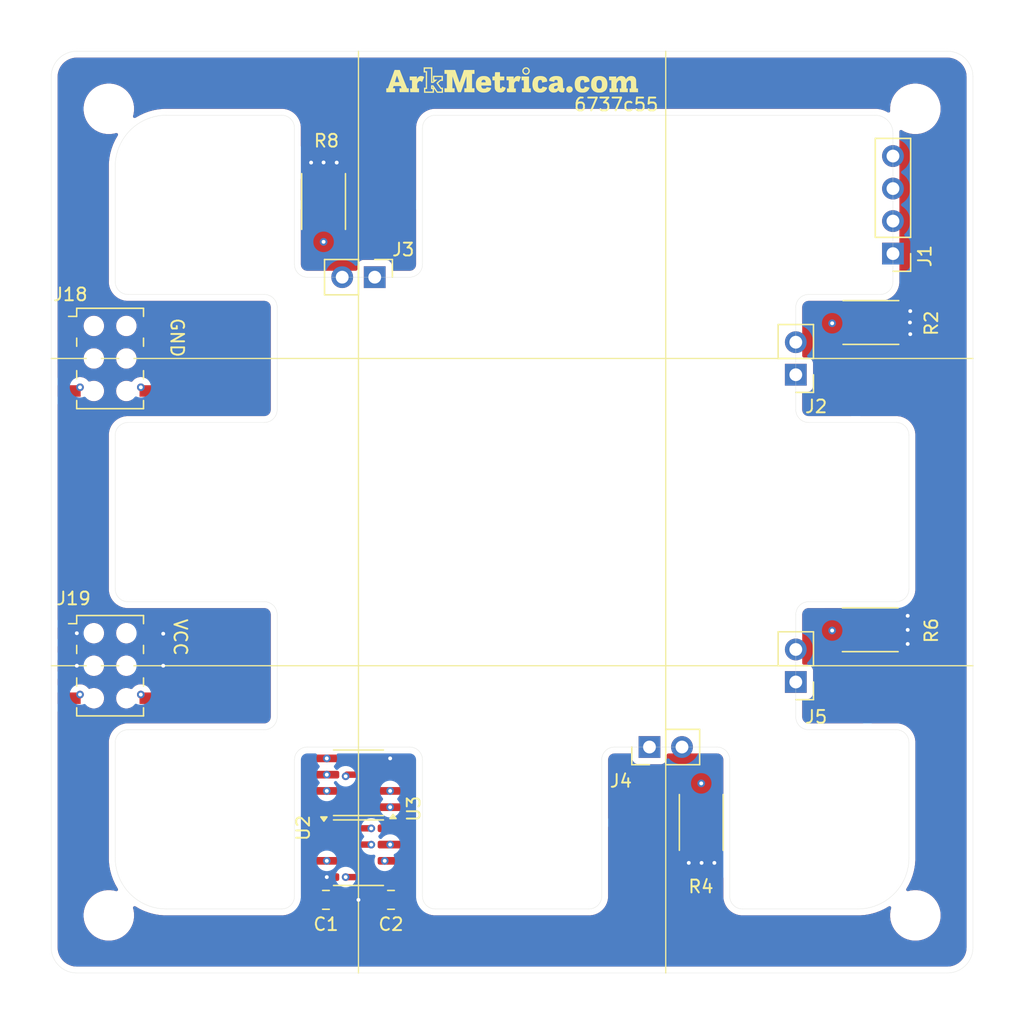
<source format=kicad_pcb>
(kicad_pcb (version 20241229) (generator "pcbnew") (generator_version "9.0")
  (layers (0 "F.Cu" power) (4 "In1.Cu" signal) (6 "In2.Cu" signal) (2 "B.Cu" power) (13 "F.Paste" user) (15 "B.Paste" user) (5 "F.SilkS" user "F.Silkscreen") (7 "B.SilkS" user "B.Silkscreen") (1 "F.Mask" user) (3 "B.Mask" user) (25 "Edge.Cuts" user))
  (net 0 "")
  (net 1 "GND")
  (net 2 "VCC")
  (net 3 "Net-(J2-Pin_2)")
  (net 4 "Net-(J2-Pin_1)")
  (net 5 "Net-(J3-Pin_1)")
  (net 6 "Net-(J3-Pin_2)")
  (net 7 "Net-(J4-Pin_1)")
  (net 8 "Net-(J4-Pin_2)")
  (net 9 "Net-(J5-Pin_1)")
  (net 10 "Net-(J5-Pin_2)")
  (net 11 "Net-(J18-Pin_6)")
  (net 12 "Net-(J18-Pin_5)")
  (net 13 "Net-(J19-Pin_5)")
  (net 14 "Net-(J19-Pin_6)")
  (footprint "custom_footprints:site_small" (layer "F.Cu") (at 0 -33.75)
    (property "Reference" "SYM1" (hide yes))
    (property "Value" "Logo_Open_Hardware_Small" (hide yes))
  )
  (footprint "Resistor_SMD:R_2512_6332Metric_Pad1.40x3.35mm_HandSolder" (layer "F.Cu") (at 28.025 -14.81)
    (property "Reference" "R2" (at 4.725 0.06 90) (layer "F.SilkS"))
    (property "Value" "1R")
    (pad "1" smd roundrect (at -3.05 0) (size 1.4 3.35) (layers "F.Cu" "F.Mask" "F.Paste") (roundrect_rratio 0.178571) (net 3 "Net-(J2-Pin_2)"))
    (pad "2" smd roundrect (at 3.05 0) (size 1.4 3.35) (layers "F.Cu" "F.Mask" "F.Paste") (roundrect_rratio 0.178571) (net 1 "GND"))
  )
  (footprint "Connector_PinHeader_2.54mm:PinHeader_1x02_P2.54mm_Vertical" (layer "F.Cu") (at -10.73 -18.35 -90)
    (property "Reference" "J3" (at -2.15 -2.23 0) (layer "F.SilkS"))
    (property "Value" "Conn_01x02")
    (pad "1" thru_hole rect (at 0 0 270) (size 1.7 1.7) (drill 1) (layers "*.Cu" "*.Mask") (net 5 "Net-(J3-Pin_1)"))
    (pad "2" thru_hole circle (at 0 2.54 270) (size 1.7 1.7) (drill 1) (layers "*.Cu" "*.Mask") (net 6 "Net-(J3-Pin_2)"))
  )
  (footprint "Package_SO:SOIC-8_3.9x4.9mm_P1.27mm" (layer "F.Cu") (at -12 21.144 180)
    (property "Reference" "U3" (at -4.318 -2.032 90) (layer "F.SilkS"))
    (property "Value" "OPA2994xD")
    (pad "1" smd roundrect (at -2.475 -1.905 180) (size 1.95 0.6) (layers "F.Cu" "F.Mask" "F.Paste") (net 7 "Net-(J4-Pin_1)"))
    (pad "2" smd roundrect (at -2.475 -0.635 180) (size 1.95 0.6) (layers "F.Cu" "F.Mask" "F.Paste") (net 8 "Net-(J4-Pin_2)"))
    (pad "3" smd roundrect (at -2.475 0.635 180) (size 1.95 0.6) (layers "F.Cu" "F.Mask" "F.Paste") (net 14 "Net-(J19-Pin_6)"))
    (pad "4" smd roundrect (at -2.475 1.905 180) (size 1.95 0.6) (layers "F.Cu" "F.Mask" "F.Paste") (net 1 "GND"))
    (pad "5" smd roundrect (at 2.475 1.905 180) (size 1.95 0.6) (layers "F.Cu" "F.Mask" "F.Paste") (net 13 "Net-(J19-Pin_5)"))
    (pad "6" smd roundrect (at 2.475 0.635 180) (size 1.95 0.6) (layers "F.Cu" "F.Mask" "F.Paste") (net 6 "Net-(J3-Pin_2)"))
    (pad "7" smd roundrect (at 2.475 -0.635 180) (size 1.95 0.6) (layers "F.Cu" "F.Mask" "F.Paste") (net 5 "Net-(J3-Pin_1)"))
    (pad "8" smd roundrect (at 2.475 -1.905 180) (size 1.95 0.6) (layers "F.Cu" "F.Mask" "F.Paste") (net 2 "VCC"))
  )
  (footprint "Resistor_SMD:R_2512_6332Metric_Pad1.40x3.35mm_HandSolder" (layer "F.Cu") (at -14.725 -24.26 90)
    (property "Reference" "R8" (at 4.74 0.225 180) (layer "F.SilkS"))
    (property "Value" "1R")
    (pad "1" smd roundrect (at -3.05 0 90) (size 1.4 3.35) (layers "F.Cu" "F.Mask" "F.Paste") (roundrect_rratio 0.178571) (net 6 "Net-(J3-Pin_2)"))
    (pad "2" smd roundrect (at 3.05 0 90) (size 1.4 3.35) (layers "F.Cu" "F.Mask" "F.Paste") (roundrect_rratio 0.178571) (net 1 "GND"))
  )
  (footprint "Connector_PinHeader_2.54mm:PinHeader_1x02_P2.54mm_Vertical" (layer "F.Cu") (at 10.73 18.35 90)
    (property "Reference" "J4" (at -2.65 -2.23 180) (layer "F.SilkS"))
    (property "Value" "Conn_01x02")
    (pad "1" thru_hole rect (at 0 0 90) (size 1.7 1.7) (drill 1) (layers "*.Cu" "*.Mask") (net 7 "Net-(J4-Pin_1)"))
    (pad "2" thru_hole circle (at 0 2.54 90) (size 1.7 1.7) (drill 1) (layers "*.Cu" "*.Mask") (net 8 "Net-(J4-Pin_2)"))
  )
  (footprint "Connector_PinHeader_2.54mm:PinHeader_1x04_P2.54mm_Vertical" (layer "F.Cu") (at 29.75 -20.19 180)
    (property "Reference" "J1" (at -2.49 -0.19 90) (layer "F.SilkS"))
    (property "Value" "Conn_01x04")
    (pad "1" thru_hole rect (at 0 0 180) (size 1.7 1.7) (drill 1) (layers "*.Cu" "*.Mask") (net 2 "VCC"))
    (pad "2" thru_hole circle (at 0 2.54 180) (size 1.7 1.7) (drill 1) (layers "*.Cu" "*.Mask") (net 2 "VCC"))
    (pad "3" thru_hole circle (at 0 5.08 180) (size 1.7 1.7) (drill 1) (layers "*.Cu" "*.Mask") (net 2 "VCC"))
    (pad "4" thru_hole circle (at 0 7.62 180) (size 1.7 1.7) (drill 1) (layers "*.Cu" "*.Mask") (net 2 "VCC"))
  )
  (footprint "custom_footprints:MountingHole_3.45mm" (layer "F.Cu") (at -31.5 -31.5)
    (property "Reference" "H2" (hide yes))
    (property "Value" "MountingHole" (hide yes))
    (pad "" np_thru_hole circle (at 0 0) (size 3.45 3.45) (drill 3.45) (layers "F&B.Cu" "*.Mask"))
  )
  (footprint "Capacitor_SMD:C_0805_2012Metric_Pad1.18x1.45mm_HandSolder" (layer "F.Cu") (at -9.46 30.288 180)
    (property "Reference" "C2" (at 0 -1.905 0) (layer "F.SilkS"))
    (property "Value" "100n")
    (pad "1" smd roundrect (at -1.0375 0 180) (size 1.175 1.45) (layers "F.Cu" "F.Mask" "F.Paste") (roundrect_rratio 0.212766) (net 2 "VCC"))
    (pad "2" smd roundrect (at 1.0375 0 180) (size 1.175 1.45) (layers "F.Cu" "F.Mask" "F.Paste") (roundrect_rratio 0.212766) (net 1 "GND"))
  )
  (footprint "Package_SO:SOIC-8_3.9x4.9mm_P1.27mm" (layer "F.Cu") (at -12 26.605)
    (property "Reference" "U2" (at -4.318 -1.93 90) (layer "F.SilkS"))
    (property "Value" "OPA2994xD")
    (pad "1" smd roundrect (at -2.475 -1.905) (size 1.95 0.6) (layers "F.Cu" "F.Mask" "F.Paste") (net 4 "Net-(J2-Pin_1)"))
    (pad "2" smd roundrect (at -2.475 -0.635) (size 1.95 0.6) (layers "F.Cu" "F.Mask" "F.Paste") (net 3 "Net-(J2-Pin_2)"))
    (pad "3" smd roundrect (at -2.475 0.635) (size 1.95 0.6) (layers "F.Cu" "F.Mask" "F.Paste") (net 11 "Net-(J18-Pin_6)"))
    (pad "4" smd roundrect (at -2.475 1.905) (size 1.95 0.6) (layers "F.Cu" "F.Mask" "F.Paste") (net 1 "GND"))
    (pad "5" smd roundrect (at 2.475 1.905) (size 1.95 0.6) (layers "F.Cu" "F.Mask" "F.Paste") (net 12 "Net-(J18-Pin_5)"))
    (pad "6" smd roundrect (at 2.475 0.635) (size 1.95 0.6) (layers "F.Cu" "F.Mask" "F.Paste") (net 10 "Net-(J5-Pin_2)"))
    (pad "7" smd roundrect (at 2.475 -0.635) (size 1.95 0.6) (layers "F.Cu" "F.Mask" "F.Paste") (net 9 "Net-(J5-Pin_1)"))
    (pad "8" smd roundrect (at 2.475 -1.905) (size 1.95 0.6) (layers "F.Cu" "F.Mask" "F.Paste") (net 2 "VCC"))
  )
  (footprint "custom_footprints:MountingHole_3.45mm" (layer "F.Cu") (at -31.5 31.5)
    (property "Reference" "H4" (hide yes))
    (property "Value" "MountingHole" (hide yes))
    (pad "" np_thru_hole circle (at 0 0) (size 3.45 3.45) (drill 3.45) (layers "F&B.Cu" "*.Mask"))
  )
  (footprint "Resistor_SMD:R_2512_6332Metric_Pad1.40x3.35mm_HandSolder" (layer "F.Cu") (at 14.775 24.24 -90)
    (property "Reference" "R4" (at 5.01 0.025 180) (layer "F.SilkS"))
    (property "Value" "1R")
    (pad "1" smd roundrect (at -3.05 0 270) (size 1.4 3.35) (layers "F.Cu" "F.Mask" "F.Paste") (roundrect_rratio 0.178571) (net 8 "Net-(J4-Pin_2)"))
    (pad "2" smd roundrect (at 3.05 0 270) (size 1.4 3.35) (layers "F.Cu" "F.Mask" "F.Paste") (roundrect_rratio 0.178571) (net 1 "GND"))
  )
  (footprint "Connector_Wuerth:Wuerth_WR-PHD_610006243021_SMD_2x03_P2.54mm_Vertical" (layer "F.Cu") (at -31.4 12)
    (property "Reference" "J19" (at -2.85 -5.25 0) (layer "F.SilkS"))
    (property "Value" "Conn_02x03_Odd_Even")
    (pad "" np_thru_hole circle (at -1.27 -2.54) (size 1.1 1.1) (drill 1.1) (layers "*.Cu" "*.Mask"))
    (pad "" np_thru_hole circle (at -1.27 0) (size 1.1 1.1) (drill 1.1) (layers "*.Cu" "*.Mask"))
    (pad "" np_thru_hole circle (at -1.27 2.54) (size 1.1 1.1) (drill 1.1) (layers "*.Cu" "*.Mask"))
    (pad "" np_thru_hole circle (at 1.27 -2.54) (size 1.1 1.1) (drill 1.1) (layers "*.Cu" "*.Mask"))
    (pad "" np_thru_hole circle (at 1.27 0) (size 1.1 1.1) (drill 1.1) (layers "*.Cu" "*.Mask"))
    (pad "" np_thru_hole circle (at 1.27 2.54) (size 1.1 1.1) (drill 1.1) (layers "*.Cu" "*.Mask"))
    (pad "1" smd rect (at -3.2 -2.54) (size 1.8 0.9) (layers "F.Cu" "F.Mask" "F.Paste") (net 1 "GND"))
    (pad "2" smd rect (at 3.2 -2.54) (size 1.8 0.9) (layers "F.Cu" "F.Mask" "F.Paste") (net 1 "GND"))
    (pad "3" smd rect (at -3.2 0) (size 1.8 0.9) (layers "F.Cu" "F.Mask" "F.Paste") (net 1 "GND"))
    (pad "4" smd rect (at 3.2 0) (size 1.8 0.9) (layers "F.Cu" "F.Mask" "F.Paste") (net 1 "GND"))
    (pad "5" smd rect (at -3.2 2.54) (size 1.8 0.9) (layers "F.Cu" "F.Mask" "F.Paste") (net 13 "Net-(J19-Pin_5)"))
    (pad "6" smd rect (at 3.2 2.54) (size 1.8 0.9) (layers "F.Cu" "F.Mask" "F.Paste") (net 14 "Net-(J19-Pin_6)"))
  )
  (footprint "Connector_PinHeader_2.54mm:PinHeader_1x02_P2.54mm_Vertical" (layer "F.Cu") (at 22.16 13.27 180)
    (property "Reference" "J5" (at -1.59 -2.73 0) (layer "F.SilkS"))
    (property "Value" "Conn_01x02")
    (pad "1" thru_hole rect (at 0 0 180) (size 1.7 1.7) (drill 1) (layers "*.Cu" "*.Mask") (net 9 "Net-(J5-Pin_1)"))
    (pad "2" thru_hole circle (at 0 2.54 180) (size 1.7 1.7) (drill 1) (layers "*.Cu" "*.Mask") (net 10 "Net-(J5-Pin_2)"))
  )
  (footprint "Resistor_SMD:R_2512_6332Metric_Pad1.40x3.35mm_HandSolder" (layer "F.Cu") (at 27.975 9.19)
    (property "Reference" "R6" (at 4.775 0.06 90) (layer "F.SilkS"))
    (property "Value" "1R")
    (pad "1" smd roundrect (at -3.05 0) (size 1.4 3.35) (layers "F.Cu" "F.Mask" "F.Paste") (roundrect_rratio 0.178571) (net 10 "Net-(J5-Pin_2)"))
    (pad "2" smd roundrect (at 3.05 0) (size 1.4 3.35) (layers "F.Cu" "F.Mask" "F.Paste") (roundrect_rratio 0.178571) (net 1 "GND"))
  )
  (footprint "Connector_Wuerth:Wuerth_WR-PHD_610006243021_SMD_2x03_P2.54mm_Vertical" (layer "F.Cu") (at -31.4 -12)
    (property "Reference" "J18" (at -3.1 -5 0) (layer "F.SilkS"))
    (property "Value" "Conn_02x03_Odd_Even")
    (pad "" np_thru_hole circle (at -1.27 -2.54) (size 1.1 1.1) (drill 1.1) (layers "*.Cu" "*.Mask"))
    (pad "" np_thru_hole circle (at -1.27 0) (size 1.1 1.1) (drill 1.1) (layers "*.Cu" "*.Mask"))
    (pad "" np_thru_hole circle (at -1.27 2.54) (size 1.1 1.1) (drill 1.1) (layers "*.Cu" "*.Mask"))
    (pad "" np_thru_hole circle (at 1.27 -2.54) (size 1.1 1.1) (drill 1.1) (layers "*.Cu" "*.Mask"))
    (pad "" np_thru_hole circle (at 1.27 0) (size 1.1 1.1) (drill 1.1) (layers "*.Cu" "*.Mask"))
    (pad "" np_thru_hole circle (at 1.27 2.54) (size 1.1 1.1) (drill 1.1) (layers "*.Cu" "*.Mask"))
    (pad "1" smd rect (at -3.2 -2.54) (size 1.8 0.9) (layers "F.Cu" "F.Mask" "F.Paste") (net 2 "VCC"))
    (pad "2" smd rect (at 3.2 -2.54) (size 1.8 0.9) (layers "F.Cu" "F.Mask" "F.Paste") (net 2 "VCC"))
    (pad "3" smd rect (at -3.2 0) (size 1.8 0.9) (layers "F.Cu" "F.Mask" "F.Paste") (net 2 "VCC"))
    (pad "4" smd rect (at 3.2 0) (size 1.8 0.9) (layers "F.Cu" "F.Mask" "F.Paste") (net 2 "VCC"))
    (pad "5" smd rect (at -3.2 2.54) (size 1.8 0.9) (layers "F.Cu" "F.Mask" "F.Paste") (net 12 "Net-(J18-Pin_5)"))
    (pad "6" smd rect (at 3.2 2.54) (size 1.8 0.9) (layers "F.Cu" "F.Mask" "F.Paste") (net 11 "Net-(J18-Pin_6)"))
  )
  (footprint "custom_footprints:MountingHole_3.45mm" (layer "F.Cu") (at 31.5 -31.5)
    (property "Reference" "H3" (hide yes))
    (property "Value" "MountingHole" (hide yes))
    (pad "" np_thru_hole circle (at 0 0) (size 3.45 3.45) (drill 3.45) (layers "F&B.Cu" "*.Mask"))
  )
  (footprint "Connector_PinHeader_2.54mm:PinHeader_1x02_P2.54mm_Vertical" (layer "F.Cu") (at 22.16 -10.73 180)
    (property "Reference" "J2" (at -1.59 -2.48 0) (layer "F.SilkS"))
    (property "Value" "Conn_01x02")
    (pad "1" thru_hole rect (at 0 0 180) (size 1.7 1.7) (drill 1) (layers "*.Cu" "*.Mask") (net 4 "Net-(J2-Pin_1)"))
    (pad "2" thru_hole circle (at 0 2.54 180) (size 1.7 1.7) (drill 1) (layers "*.Cu" "*.Mask") (net 3 "Net-(J2-Pin_2)"))
  )
  (footprint "custom_footprints:MountingHole_3.45mm" (layer "F.Cu") (at 31.5 31.5)
    (property "Reference" "H1" (hide yes))
    (property "Value" "MountingHole" (hide yes))
    (pad "" np_thru_hole circle (at 0 0) (size 3.45 3.45) (drill 3.45) (layers "F&B.Cu" "*.Mask"))
  )
  (footprint "Capacitor_SMD:C_0805_2012Metric_Pad1.18x1.45mm_HandSolder" (layer "F.Cu") (at -14.54 30.288)
    (property "Reference" "C1" (at 0 1.905 0) (layer "F.SilkS"))
    (property "Value" "100n")
    (pad "1" smd roundrect (at -1.0375 0) (size 1.175 1.45) (layers "F.Cu" "F.Mask" "F.Paste") (roundrect_rratio 0.212766) (net 2 "VCC"))
    (pad "2" smd roundrect (at 1.0375 0) (size 1.175 1.45) (layers "F.Cu" "F.Mask" "F.Paste") (roundrect_rratio 0.212766) (net 1 "GND"))
  )
  (gr_line (start -12 36) (end -12 -36) (stroke (width 0.1)) (layer "F.SilkS"))
  (gr_line (start -36 -12) (end 36 -12) (stroke (width 0.1)) (layer "F.SilkS"))
  (gr_line (start 36 12) (end -36 12) (stroke (width 0.1)) (layer "F.SilkS"))
  (gr_line (start 12 -36) (end 12 36) (stroke (width 0.1)) (layer "F.SilkS"))
  (gr_line (start -18 31) (end -27 31) (stroke (width 0.02)) (layer "Edge.Cuts"))
  (gr_arc (start -7 -19.35) (mid -7.292893 -18.642893) (end -8 -18.35) (stroke (width 0.02)) (layer "Edge.Cuts"))
  (gr_line (start 22.16 8) (end 22.16 16) (stroke (width 0.02)) (layer "Edge.Cuts"))
  (gr_arc (start -34.000001 36) (mid -35.414214 35.414214) (end -36 34.000001) (stroke (width 0.02)) (layer "Edge.Cuts"))
  (gr_line (start -27 -31) (end -18 -31) (stroke (width 0.02)) (layer "Edge.Cuts"))
  (gr_line (start -31 27) (end -31 18) (stroke (width 0.02)) (layer "Edge.Cuts"))
  (gr_line (start -7 -19.35) (end -7 -30) (stroke (width 0.02)) (layer "Edge.Cuts"))
  (gr_arc (start 30 -7) (mid 30.707107 -6.707107) (end 31 -6) (stroke (width 0.02)) (layer "Edge.Cuts"))
  (gr_arc (start 34 -36) (mid 35.414214 -35.414214) (end 36 -34) (stroke (width 0.02)) (layer "Edge.Cuts"))
  (gr_arc (start -18.35 -8) (mid -18.642893 -7.292893) (end -19.35 -7) (stroke (width 0.02)) (layer "Edge.Cuts"))
  (gr_arc (start -31 18) (mid -30.707107 17.292893) (end -30 17) (stroke (width 0.02)) (layer "Edge.Cuts"))
  (gr_line (start 23.16 -7) (end 30 -7) (stroke (width 0.02)) (layer "Edge.Cuts"))
  (gr_arc (start -30 7) (mid -30.707107 6.707107) (end -31 6) (stroke (width 0.02)) (layer "Edge.Cuts"))
  (gr_line (start 31 -6) (end 31 6) (stroke (width 0.02)) (layer "Edge.Cuts"))
  (gr_line (start -31 6) (end -31 -6) (stroke (width 0.02)) (layer "Edge.Cuts"))
  (gr_line (start -17 -30) (end -17 -19.35) (stroke (width 0.02)) (layer "Edge.Cuts"))
  (gr_arc (start 31 6) (mid 30.707107 6.707107) (end 30 7) (stroke (width 0.02)) (layer "Edge.Cuts"))
  (gr_line (start 29.75 -29.6) (end 29.75 -18) (stroke (width 0.02)) (layer "Edge.Cuts"))
  (gr_line (start -31 -18) (end -31 -27) (stroke (width 0.02)) (layer "Edge.Cuts"))
  (gr_arc (start -31 -6) (mid -30.707107 -6.707107) (end -30 -7) (stroke (width 0.02)) (layer "Edge.Cuts"))
  (gr_line (start -30 17) (end -19.35 17) (stroke (width 0.02)) (layer "Edge.Cuts"))
  (gr_arc (start 22.16 8) (mid 22.452893 7.292893) (end 23.16 7) (stroke (width 0.02)) (layer "Edge.Cuts"))
  (gr_line (start 34 36) (end -34.000001 36) (stroke (width 0.02)) (layer "Edge.Cuts"))
  (gr_line (start 6 31) (end -6 31) (stroke (width 0.02)) (layer "Edge.Cuts"))
  (gr_line (start -7 30) (end -7 19.35) (stroke (width 0.02)) (layer "Edge.Cuts"))
  (gr_arc (start -8 18.35) (mid -7.292893 18.642893) (end -7 19.35) (stroke (width 0.02)) (layer "Edge.Cuts"))
  (gr_line (start -34.000001 -36) (end 34 -36) (stroke (width 0.02)) (layer "Edge.Cuts"))
  (gr_arc (start -17 30) (mid -17.292893 30.707107) (end -18 31) (stroke (width 0.02)) (layer "Edge.Cuts"))
  (gr_arc (start -18 -31) (mid -17.292893 -30.707107) (end -17 -30) (stroke (width 0.02)) (layer "Edge.Cuts"))
  (gr_arc (start -7 -30) (mid -6.707107 -30.707107) (end -6 -31) (stroke (width 0.02)) (layer "Edge.Cuts"))
  (gr_arc (start 16 18.35) (mid 16.707107 18.642893) (end 17 19.35) (stroke (width 0.02)) (layer "Edge.Cuts"))
  (gr_line (start 27 31) (end 18 31) (stroke (width 0.02)) (layer "Edge.Cuts"))
  (gr_arc (start 7 30) (mid 6.707107 30.707107) (end 6 31) (stroke (width 0.02)) (layer "Edge.Cuts"))
  (gr_arc (start 29.75 -18) (mid 29.457107 -17.292893) (end 28.75 -17) (stroke (width 0.02)) (layer "Edge.Cuts"))
  (gr_line (start 31 18) (end 31 27) (stroke (width 0.02)) (layer "Edge.Cuts"))
  (gr_arc (start 7 19.35) (mid 7.292893 18.642893) (end 8 18.35) (stroke (width 0.02)) (layer "Edge.Cuts"))
  (gr_arc (start 23.16 -7) (mid 22.452893 -7.292893) (end 22.16 -8) (stroke (width 0.02)) (layer "Edge.Cuts"))
  (gr_arc (start -31 -27) (mid -29.828427 -29.828427) (end -27 -31) (stroke (width 0.02)) (layer "Edge.Cuts"))
  (gr_line (start -17 19.35) (end -17 30) (stroke (width 0.02)) (layer "Edge.Cuts"))
  (gr_line (start -8 18.35) (end -16 18.35) (stroke (width 0.02)) (layer "Edge.Cuts"))
  (gr_line (start -6 -30.999999) (end 28.35 -31) (stroke (width 0.02)) (layer "Edge.Cuts"))
  (gr_arc (start 28.35 -31) (mid 29.339949 -30.589949) (end 29.75 -29.6) (stroke (width 0.02)) (layer "Edge.Cuts"))
  (gr_arc (start -18.35 16) (mid -18.642893 16.707107) (end -19.35 17) (stroke (width 0.02)) (layer "Edge.Cuts"))
  (gr_arc (start -27 31) (mid -29.828427 29.828427) (end -31 27) (stroke (width 0.02)) (layer "Edge.Cuts"))
  (gr_arc (start 18 31) (mid 17.292893 30.707107) (end 17 30) (stroke (width 0.02)) (layer "Edge.Cuts"))
  (gr_arc (start -17 19.35) (mid -16.707107 18.642893) (end -16 18.35) (stroke (width 0.02)) (layer "Edge.Cuts"))
  (gr_line (start 22.16 -16) (end 22.16 -8) (stroke (width 0.02)) (layer "Edge.Cuts"))
  (gr_arc (start -30 -17) (mid -30.707107 -17.292893) (end -31 -18) (stroke (width 0.02)) (layer "Edge.Cuts"))
  (gr_arc (start -36 -34.000001) (mid -35.414214 -35.414214) (end -34.000001 -36) (stroke (width 0.02)) (layer "Edge.Cuts"))
  (gr_arc (start 36 34) (mid 35.414214 35.414214) (end 34 36) (stroke (width 0.02)) (layer "Edge.Cuts"))
  (gr_arc (start -16 -18.35) (mid -16.707107 -18.642893) (end -17 -19.35) (stroke (width 0.02)) (layer "Edge.Cuts"))
  (gr_arc (start -19.35 7) (mid -18.642893 7.292893) (end -18.35 8) (stroke (width 0.02)) (layer "Edge.Cuts"))
  (gr_line (start 30 7) (end 23.16 7) (stroke (width 0.02)) (layer "Edge.Cuts"))
  (gr_line (start -36 34.000001) (end -36 -34.000001) (stroke (width 0.02)) (layer "Edge.Cuts"))
  (gr_line (start 17 30) (end 17 19.35) (stroke (width 0.02)) (layer "Edge.Cuts"))
  (gr_line (start 16 18.35) (end 8 18.35) (stroke (width 0.02)) (layer "Edge.Cuts"))
  (gr_line (start -18.35 -8) (end -18.35 -16) (stroke (width 0.02)) (layer "Edge.Cuts"))
  (gr_arc (start -19.35 -17) (mid -18.642893 -16.707107) (end -18.35 -16) (stroke (width 0.02)) (layer "Edge.Cuts"))
  (gr_line (start -19.35 7) (end -30 7) (stroke (width 0.02)) (layer "Edge.Cuts"))
  (gr_line (start -18.35 16) (end -18.35 8) (stroke (width 0.02)) (layer "Edge.Cuts"))
  (gr_line (start -16 -18.35) (end -8 -18.35) (stroke (width 0.02)) (layer "Edge.Cuts"))
  (gr_arc (start 22.16 -16) (mid 22.452893 -16.707107) (end 23.16 -17) (stroke (width 0.02)) (layer "Edge.Cuts"))
  (gr_line (start 28.75 -17) (end 23.16 -17) (stroke (width 0.02)) (layer "Edge.Cuts"))
  (gr_arc (start 23.16 17) (mid 22.452893 16.707107) (end 22.16 16) (stroke (width 0.02)) (layer "Edge.Cuts"))
  (gr_arc (start -6 31) (mid -6.707107 30.707107) (end -7 30) (stroke (width 0.02)) (layer "Edge.Cuts"))
  (gr_arc (start 30 17) (mid 30.707107 17.292893) (end 31 18) (stroke (width 0.02)) (layer "Edge.Cuts"))
  (gr_line (start 23.16 17) (end 30 17) (stroke (width 0.02)) (layer "Edge.Cuts"))
  (gr_line (start 7 19.35) (end 7 30) (stroke (width 0.02)) (layer "Edge.Cuts"))
  (gr_line (start 36 -34) (end 36 34) (stroke (width 0.02)) (layer "Edge.Cuts"))
  (gr_arc (start 31 27) (mid 29.828427 29.828427) (end 27 31) (stroke (width 0.02)) (layer "Edge.Cuts"))
  (gr_line (start -30 -7) (end -19.35 -7) (stroke (width 0.02)) (layer "Edge.Cuts"))
  (gr_line (start -19.35 -17) (end -30 -17) (stroke (width 0.02)) (layer "Edge.Cuts"))
  (gr_text "6737c55" (at 4.75 -31.25 0) (layer "F.SilkS") (effects (font (size 1 1)) (justify left bottom)))
  (gr_text "GND" (at -26.75 -15.25 -90) (layer "F.SilkS") (effects (font (size 1 1)) (justify left bottom)))
  (gr_text "VCC" (at -26.5 8.25 270) (layer "F.SilkS") (effects (font (size 1 1)) (justify left bottom)))
  (segment (start -12 30.288) (end -13.5025 30.288) (width 0.5) (layer "F.Cu") (net 1))
  (segment (start -12 30.288) (end -10.4975 30.288) (width 0.5) (layer "F.Cu") (net 1))
  (via (at -13.7 -27.3) (size 0.6) (drill 0.3) (layers "F.Cu" "B.Cu") (net 1))
  (via (at 30.9 10.3) (size 0.6) (drill 0.3) (layers "F.Cu" "B.Cu") (net 1))
  (via (at -27.25 12) (size 0.6) (drill 0.3) (layers "F.Cu" "B.Cu") (net 1))
  (via (at 31.1 -15.7) (size 0.6) (drill 0.3) (layers "F.Cu" "B.Cu") (net 1))
  (via (at 30.9 9.2) (size 0.6) (drill 0.3) (layers "F.Cu" "B.Cu") (net 1))
  (via (at -34 9.46) (size 0.6) (drill 0.3) (layers "F.Cu" "B.Cu") (net 1))
  (via (at 14.8 27.4) (size 0.6) (drill 0.3) (layers "F.Cu" "B.Cu") (net 1))
  (via (at -15.7 -27.3) (size 0.6) (drill 0.3) (layers "F.Cu" "B.Cu") (net 1))
  (via (at -14.725 -27.31) (size 0.6) (drill 0.3) (layers "F.Cu" "B.Cu") (net 1))
  (via (at 30.9 8.1) (size 0.6) (drill 0.3) (layers "F.Cu" "B.Cu") (net 1))
  (via (at 13.8 27.4) (size 0.6) (drill 0.3) (layers "F.Cu" "B.Cu") (net 1))
  (via (at 31.1 -13.9) (size 0.6) (drill 0.3) (layers "F.Cu" "B.Cu") (net 1))
  (via (at -9.525 19.239) (size 0.6) (drill 0.3) (layers "F.Cu" "B.Cu") (net 1))
  (via (at 31.075 -14.81) (size 0.6) (drill 0.3) (layers "F.Cu" "B.Cu") (net 1))
  (via (at -12 30.288) (size 0.6) (drill 0.3) (layers "F.Cu" "B.Cu") (net 1))
  (via (at -27.25 9.5) (size 0.6) (drill 0.3) (layers "F.Cu" "B.Cu") (net 1))
  (via (at 15.8 27.4) (size 0.6) (drill 0.3) (layers "F.Cu" "B.Cu") (net 1))
  (via (at -14.475 28.51) (size 0.6) (drill 0.3) (layers "F.Cu" "B.Cu") (net 1))
  (via (at -34 12) (size 0.6) (drill 0.3) (layers "F.Cu" "B.Cu") (net 1))
  (segment (start -9.525 24.7) (end -8.444 24.7) (width 0.5) (layer "F.Cu") (net 2))
  (segment (start -7.936 25.208) (end -7.936 31.812) (width 0.5) (layer "F.Cu") (net 2))
  (segment (start -16.064 23.663001) (end -16.064 32.066) (width 0.5) (layer "F.Cu") (net 2))
  (segment (start -8.444 24.7) (end -7.936 25.208) (width 0.5) (layer "F.Cu") (net 2))
  (segment (start -15.449999 23.049) (end -16.064 23.663001) (width 0.5) (layer "F.Cu") (net 2))
  (segment (start -14.475 23.049) (end -15.449999 23.049) (width 0.5) (layer "F.Cu") (net 2))
  (segment (start -14.475 25.97) (end -10.951 25.97) (width 0.5) (layer "F.Cu") (net 3))
  (segment (start 25.025 -14.76) (end 24.975 -14.81) (width 0.5) (layer "F.Cu") (net 3))
  (via (at -11 25.975372) (size 0.6) (drill 0.3) (layers "F.Cu" "B.Cu") (net 3))
  (via (at 25 -14.75) (size 0.6) (drill 0.3) (layers "F.Cu" "B.Cu") (net 3))
  (segment (start -14.475 24.7) (end -10.951 24.7) (width 0.5) (layer "F.Cu") (net 4))
  (via (at -11 24.705372) (size 0.6) (drill 0.3) (layers "F.Cu" "B.Cu") (net 4))
  (via (at -14.475 21.779) (size 0.6) (drill 0.3) (layers "F.Cu" "B.Cu") (net 5))
  (via (at -14.725 -21.11) (size 0.6) (drill 0.3) (layers "F.Cu" "B.Cu") (net 6))
  (via (at -14.475 20.509) (size 0.6) (drill 0.3) (layers "F.Cu" "B.Cu") (net 6))
  (via (at -9.525 23.049) (size 0.6) (drill 0.3) (layers "F.Cu" "B.Cu") (net 7))
  (via (at 14.775 21.19) (size 0.6) (drill 0.3) (layers "F.Cu" "B.Cu") (net 8))
  (via (at -9.525 21.779) (size 0.6) (drill 0.3) (layers "F.Cu" "B.Cu") (net 8))
  (via (at -9.525 25.97) (size 0.6) (drill 0.3) (layers "F.Cu" "B.Cu") (net 9))
  (via (at -9.951 27.24) (size 0.6) (drill 0.3) (layers "F.Cu" "B.Cu") (net 10))
  (via (at 25 9.25) (size 0.6) (drill 0.3) (layers "F.Cu" "B.Cu") (net 10))
  (via (at -14.475 27.24) (size 0.6) (drill 0.3) (layers "F.Cu" "B.Cu") (net 11))
  (via (at -29 -9.75) (size 0.6) (drill 0.3) (layers "F.Cu" "B.Cu") (net 11))
  (segment (start -9.525 28.51) (end -13.016 28.51) (width 0.5) (layer "F.Cu") (net 12))
  (via (at -33.75 -9.75) (size 0.6) (drill 0.3) (layers "F.Cu" "B.Cu") (net 12))
  (via (at -13 28.51) (size 0.6) (drill 0.3) (layers "F.Cu" "B.Cu") (net 12))
  (via (at -14.475 19.239) (size 0.6) (drill 0.3) (layers "F.Cu" "B.Cu") (net 13))
  (via (at -33.75 14.25) (size 0.6) (drill 0.3) (layers "F.Cu" "B.Cu") (net 13))
  (segment (start -9.525 20.509) (end -12.889 20.509) (width 0.5) (layer "F.Cu") (net 14))
  (segment (start -12.889 20.509) (end -13.016 20.636) (width 0.5) (layer "F.Cu") (net 14))
  (via (at -29 14.25) (size 0.6) (drill 0.3) (layers "F.Cu" "B.Cu") (net 14))
  (via (at -13 20.634869) (size 0.6) (drill 0.3) (layers "F.Cu" "B.Cu") (net 14))
  (zone (net 6) (net_name "Net-(J3-Pin_2)") (layer "F.Cu") (priority 3) (connect_pads yes (clearance 0.5)) (min_thickness 0.25) (fill yes (thermal_gap 0.5) (thermal_bridge_width 0.5))
    (polygon (pts (xy -6.25 -23.75) (xy -17.5 -23.75) (xy -17.5 -15.75) (xy -6.25 -15.75)))
  )
  (zone (net 0) (net_name "") (layer "F.Cu") (connect_pads yes (clearance 0)) (min_thickness 0.25)
    (keepout (tracks allowed) (vias allowed) (pads allowed) (copperpour not_allowed) (footprints allowed))
    (fill (thermal_gap 0.5) (thermal_bridge_width 0.5))
    (polygon (pts (xy -17.475 17.69) (xy -17.475 31.304) (xy -6.225 31.304) (xy -6.225 17.69)))
  )
  (zone (net 3) (net_name "Net-(J2-Pin_2)") (layer "F.Cu") (priority 2) (connect_pads yes (clearance 0.5)) (min_thickness 0.25) (fill yes (thermal_gap 0.5) (thermal_bridge_width 0.5))
    (polygon (pts (xy 26.58 -17.75) (xy 19.5 -17.75) (xy 19.5 -6) (xy 26.58 -6)))
  )
  (zone (net 10) (net_name "Net-(J5-Pin_2)") (layer "F.Cu") (priority 5) (connect_pads yes (clearance 0.5)) (min_thickness 0.25) (fill yes (thermal_gap 0.5) (thermal_bridge_width 0.5))
    (polygon (pts (xy 27.5 5.75) (xy 19.25 5.75) (xy 19.25 17.75) (xy 27.5 17.75)))
  )
  (zone (net 8) (net_name "Net-(J4-Pin_2)") (layer "F.Cu") (priority 4) (connect_pads yes (clearance 0.5)) (min_thickness 0.25) (fill yes (thermal_gap 0.5) (thermal_bridge_width 0.5))
    (polygon (pts (xy 18.25 24) (xy 18.25 16) (xy 6 16) (xy 6 24)))
  )
  (zone (net 2) (net_name "VCC") (layer "F.Cu") (connect_pads yes (clearance 0.5)) (min_thickness 0.25) (fill yes (thermal_gap 0.5) (thermal_bridge_width 0.5))
    (polygon (pts (xy -40 -40) (xy 40 -40) (xy 40 40) (xy -40 40)))
  )
  (zone (net 1) (net_name "GND") (layer "B.Cu") (priority 1) (connect_pads yes (clearance 0.5)) (min_thickness 0.25) (fill yes (thermal_gap 0.5) (thermal_bridge_width 0.5))
    (polygon (pts (xy -40 -40) (xy -40 40) (xy 40 40) (xy 40 -40)))
  )
)
</source>
